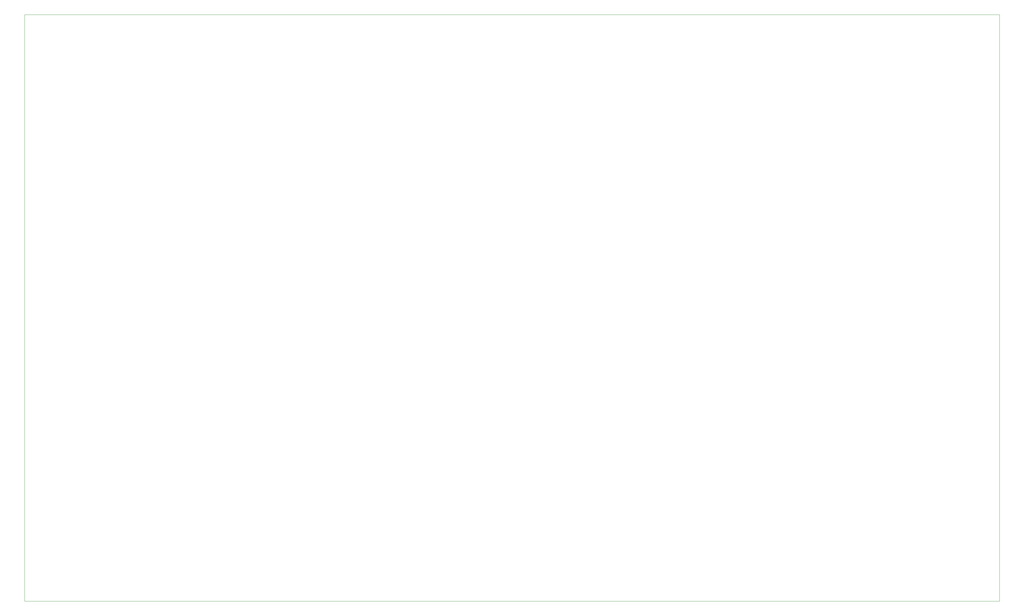
<source format=gbr>
%TF.GenerationSoftware,KiCad,Pcbnew,7.0.6-0*%
%TF.CreationDate,2023-11-17T13:24:16+02:00*%
%TF.ProjectId,main,6d61696e-2e6b-4696-9361-645f70636258,rev?*%
%TF.SameCoordinates,Original*%
%TF.FileFunction,Profile,NP*%
%FSLAX46Y46*%
G04 Gerber Fmt 4.6, Leading zero omitted, Abs format (unit mm)*
G04 Created by KiCad (PCBNEW 7.0.6-0) date 2023-11-17 13:24:16*
%MOMM*%
%LPD*%
G01*
G04 APERTURE LIST*
%TA.AperFunction,Profile*%
%ADD10C,0.100000*%
%TD*%
G04 APERTURE END LIST*
D10*
X338429600Y-229870000D02*
X39293800Y-229870000D01*
X39268400Y-49860200D02*
X338429600Y-49860200D01*
X338429600Y-49860200D02*
X338429600Y-229870000D01*
X39293800Y-229870000D02*
X39268400Y-49860200D01*
M02*

</source>
